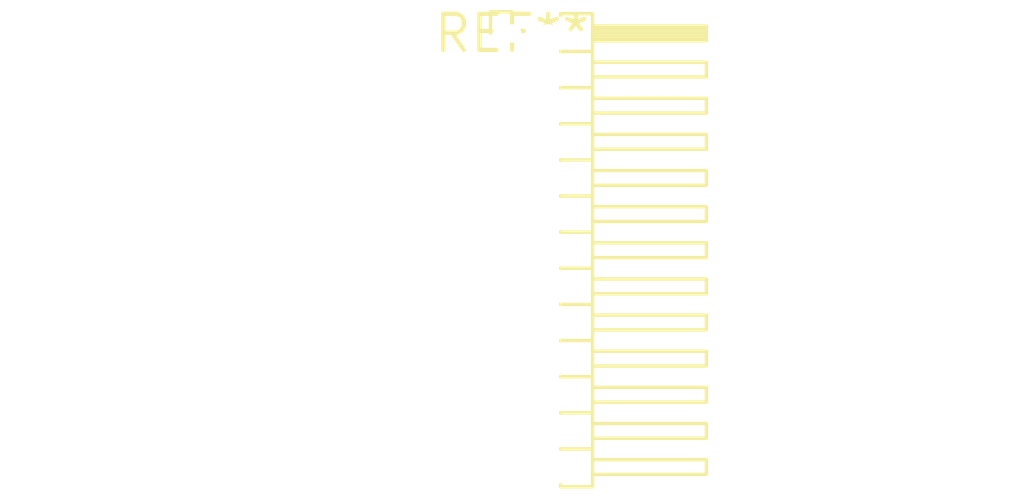
<source format=kicad_pcb>
(kicad_pcb (version 20240108) (generator pcbnew)
  (layers (0 "F.Cu" signal) (31 "B.Cu" signal) (34 "B.Paste" user) (35 "F.Paste" user) (36 "B.SilkS" user "B.Silkscreen") (37 "F.SilkS" user "F.Silkscreen") (38 "B.Mask" user) (39 "F.Mask" user) (44 "Edge.Cuts" user))
  (net 0 "")
  (footprint "PinHeader_2x13_P1.27mm_Horizontal" (layer "F.Cu") (at 0 0)
    (property "Reference" "REF**")
    (property "Value" "PinHeader_2x13_P1.27mm_Horizontal")
    (fp_line (start -0.76 -0.76) (end 0 -0.76) (layer "F.SilkS") (stroke (width 0.12)))
    (fp_line (start -0.76 0) (end -0.76 -0.76) (layer "F.SilkS") (stroke (width 0.12)))
    (fp_line (start 1.71 -0.695) (end 2.83 -0.695) (layer "F.SilkS") (stroke (width 0.12)))
    (fp_line (start 1.71 -0.619677) (end 1.71 -0.695) (layer "F.SilkS") (stroke (width 0.12)))
    (fp_line (start 1.71 0.619677) (end 1.71 0.650323) (layer "F.SilkS") (stroke (width 0.12)))
    (fp_line (start 1.71 0.635) (end 2.83 0.635) (layer "F.SilkS") (stroke (width 0.12)))
    (fp_line (start 1.71 1.889677) (end 1.71 1.920323) (layer "F.SilkS") (stroke (width 0.12)))
    (fp_line (start 1.71 1.905) (end 2.83 1.905) (layer "F.SilkS") (stroke (width 0.12)))
    (fp_line (start 1.71 3.159677) (end 1.71 3.190323) (layer "F.SilkS") (stroke (width 0.12)))
    (fp_line (start 1.71 3.175) (end 2.83 3.175) (layer "F.SilkS") (stroke (width 0.12)))
    (fp_line (start 1.71 4.429677) (end 1.71 4.460323) (layer "F.SilkS") (stroke (width 0.12)))
    (fp_line (start 1.71 4.445) (end 2.83 4.445) (layer "F.SilkS") (stroke (width 0.12)))
    (fp_line (start 1.71 5.699677) (end 1.71 5.730323) (layer "F.SilkS") (stroke (width 0.12)))
    (fp_line (start 1.71 5.715) (end 2.83 5.715) (layer "F.SilkS") (stroke (width 0.12)))
    (fp_line (start 1.71 6.969677) (end 1.71 7.000323) (layer "F.SilkS") (stroke (width 0.12)))
    (fp_line (start 1.71 6.985) (end 2.83 6.985) (layer "F.SilkS") (stroke (width 0.12)))
    (fp_line (start 1.71 8.239677) (end 1.71 8.270323) (layer "F.SilkS") (stroke (width 0.12)))
    (fp_line (start 1.71 8.255) (end 2.83 8.255) (layer "F.SilkS") (stroke (width 0.12)))
    (fp_line (start 1.71 9.509677) (end 1.71 9.540323) (layer "F.SilkS") (stroke (width 0.12)))
    (fp_line (start 1.71 9.525) (end 2.83 9.525) (layer "F.SilkS") (stroke (width 0.12)))
    (fp_line (start 1.71 10.779677) (end 1.71 10.810323) (layer "F.SilkS") (stroke (width 0.12)))
    (fp_line (start 1.71 10.795) (end 2.83 10.795) (layer "F.SilkS") (stroke (width 0.12)))
    (fp_line (start 1.71 12.049677) (end 1.71 12.080323) (layer "F.SilkS") (stroke (width 0.12)))
    (fp_line (start 1.71 12.065) (end 2.83 12.065) (layer "F.SilkS") (stroke (width 0.12)))
    (fp_line (start 1.71 13.319677) (end 1.71 13.350323) (layer "F.SilkS") (stroke (width 0.12)))
    (fp_line (start 1.71 13.335) (end 2.83 13.335) (layer "F.SilkS") (stroke (width 0.12)))
    (fp_line (start 1.71 14.589677) (end 1.71 14.620323) (layer "F.SilkS") (stroke (width 0.12)))
    (fp_line (start 1.71 14.605) (end 2.83 14.605) (layer "F.SilkS") (stroke (width 0.12)))
    (fp_line (start 1.71 15.935) (end 1.71 15.859677) (layer "F.SilkS") (stroke (width 0.12)))
    (fp_line (start 2.83 -0.695) (end 2.83 15.935) (layer "F.SilkS") (stroke (width 0.12)))
    (fp_line (start 2.83 -0.26) (end 6.83 -0.26) (layer "F.SilkS") (stroke (width 0.12)))
    (fp_line (start 2.83 -0.2) (end 6.83 -0.2) (layer "F.SilkS") (stroke (width 0.12)))
    (fp_line (start 2.83 -0.08) (end 6.83 -0.08) (layer "F.SilkS") (stroke (width 0.12)))
    (fp_line (start 2.83 0.04) (end 6.83 0.04) (layer "F.SilkS") (stroke (width 0.12)))
    (fp_line (start 2.83 0.16) (end 6.83 0.16) (layer "F.SilkS") (stroke (width 0.12)))
    (fp_line (start 2.83 1.01) (end 6.83 1.01) (layer "F.SilkS") (stroke (width 0.12)))
    (fp_line (start 2.83 2.28) (end 6.83 2.28) (layer "F.SilkS") (stroke (width 0.12)))
    (fp_line (start 2.83 3.55) (end 6.83 3.55) (layer "F.SilkS") (stroke (width 0.12)))
    (fp_line (start 2.83 4.82) (end 6.83 4.82) (layer "F.SilkS") (stroke (width 0.12)))
    (fp_line (start 2.83 6.09) (end 6.83 6.09) (layer "F.SilkS") (stroke (width 0.12)))
    (fp_line (start 2.83 7.36) (end 6.83 7.36) (layer "F.SilkS") (stroke (width 0.12)))
    (fp_line (start 2.83 8.63) (end 6.83 8.63) (layer "F.SilkS") (stroke (width 0.12)))
    (fp_line (start 2.83 9.9) (end 6.83 9.9) (layer "F.SilkS") (stroke (width 0.12)))
    (fp_line (start 2.83 11.17) (end 6.83 11.17) (layer "F.SilkS") (stroke (width 0.12)))
    (fp_line (start 2.83 12.44) (end 6.83 12.44) (layer "F.SilkS") (stroke (width 0.12)))
    (fp_line (start 2.83 13.71) (end 6.83 13.71) (layer "F.SilkS") (stroke (width 0.12)))
    (fp_line (start 2.83 14.98) (end 6.83 14.98) (layer "F.SilkS") (stroke (width 0.12)))
    (fp_line (start 2.83 15.935) (end 1.71 15.935) (layer "F.SilkS") (stroke (width 0.12)))
    (fp_line (start 6.83 -0.26) (end 6.83 0.26) (layer "F.SilkS") (stroke (width 0.12)))
    (fp_line (start 6.83 0.26) (end 2.83 0.26) (layer "F.SilkS") (stroke (width 0.12)))
    (fp_line (start 6.83 1.01) (end 6.83 1.53) (layer "F.SilkS") (stroke (width 0.12)))
    (fp_line (start 6.83 1.53) (end 2.83 1.53) (layer "F.SilkS") (stroke (width 0.12)))
    (fp_line (start 6.83 2.28) (end 6.83 2.8) (layer "F.SilkS") (stroke (width 0.12)))
    (fp_line (start 6.83 2.8) (end 2.83 2.8) (layer "F.SilkS") (stroke (width 0.12)))
    (fp_line (start 6.83 3.55) (end 6.83 4.07) (layer "F.SilkS") (stroke (width 0.12)))
    (fp_line (start 6.83 4.07) (end 2.83 4.07) (layer "F.SilkS") (stroke (width 0.12)))
    (fp_line (start 6.83 4.82) (end 6.83 5.34) (layer "F.SilkS") (stroke (width 0.12)))
    (fp_line (start 6.83 5.34) (end 2.83 5.34) (layer "F.SilkS") (stroke (width 0.12)))
    (fp_line (start 6.83 6.09) (end 6.83 6.61) (layer "F.SilkS") (stroke (width 0.12)))
    (fp_line (start 6.83 6.61) (end 2.83 6.61) (layer "F.SilkS") (stroke (width 0.12)))
    (fp_line (start 6.83 7.36) (end 6.83 7.88) (layer "F.SilkS") (stroke (width 0.12)))
    (fp_line (start 6.83 7.88) (end 2.83 7.88) (layer "F.SilkS") (stroke (width 0.12)))
    (fp_line (start 6.83 8.63) (end 6.83 9.15) (layer "F.SilkS") (stroke (width 0.12)))
    (fp_line (start 6.83 9.15) (end 2.83 9.15) (layer "F.SilkS") (stroke (width 0.12)))
    (fp_line (start 6.83 9.9) (end 6.83 10.42) (layer "F.SilkS") (stroke (width 0.12)))
    (fp_line (start 6.83 10.42) (end 2.83 10.42) (layer "F.SilkS") (stroke (width 0.12)))
    (fp_line (start 6.83 11.17) (end 6.83 11.69) (layer "F.SilkS") (stroke (width 0.12)))
    (fp_line (start 6.83 11.69) (end 2.83 11.69) (layer "F.SilkS") (stroke (width 0.12)))
    (fp_line (start 6.83 12.44) (end 6.83 12.96) (layer "F.SilkS") (stroke (width 0.12)))
    (fp_line (start 6.83 12.96) (end 2.83 12.96) (layer "F.SilkS") (stroke (width 0.12)))
    (fp_line (start 6.83 13.71) (end 6.83 14.23) (layer "F.SilkS") (stroke (width 0.12)))
    (fp_line (start 6.83 14.23) (end 2.83 14.23) (layer "F.SilkS") (stroke (width 0.12)))
    (fp_line (start 6.83 14.98) (end 6.83 15.5) (layer "F.SilkS") (stroke (width 0.12)))
    (fp_line (start 6.83 15.5) (end 2.83 15.5) (layer "F.SilkS") (stroke (width 0.12)))
    (pad "1" thru_hole rect (at 0 0) (size 1 1) (drill 0.65) (layers *.Cu *.Mask) (remove_unused_layers))
    (pad "2" thru_hole oval (at 1.27 0) (size 1 1) (drill 0.65) (layers *.Cu *.Mask) (remove_unused_layers))
    (pad "3" thru_hole oval (at 0 1.27) (size 1 1) (drill 0.65) (layers *.Cu *.Mask) (remove_unused_layers))
    (pad "4" thru_hole oval (at 1.27 1.27) (size 1 1) (drill 0.65) (layers *.Cu *.Mask) (remove_unused_layers))
    (pad "5" thru_hole oval (at 0 2.54) (size 1 1) (drill 0.65) (layers *.Cu *.Mask) (remove_unused_layers))
    (pad "6" thru_hole oval (at 1.27 2.54) (size 1 1) (drill 0.65) (layers *.Cu *.Mask) (remove_unused_layers))
    (pad "7" thru_hole oval (at 0 3.81) (size 1 1) (drill 0.65) (layers *.Cu *.Mask) (remove_unused_layers))
    (pad "8" thru_hole oval (at 1.27 3.81) (size 1 1) (drill 0.65) (layers *.Cu *.Mask) (remove_unused_layers))
    (pad "9" thru_hole oval (at 0 5.08) (size 1 1) (drill 0.65) (layers *.Cu *.Mask) (remove_unused_layers))
    (pad "10" thru_hole oval (at 1.27 5.08) (size 1 1) (drill 0.65) (layers *.Cu *.Mask) (remove_unused_layers))
    (pad "11" thru_hole oval (at 0 6.35) (size 1 1) (drill 0.65) (layers *.Cu *.Mask) (remove_unused_layers))
    (pad "12" thru_hole oval (at 1.27 6.35) (size 1 1) (drill 0.65) (layers *.Cu *.Mask) (remove_unused_layers))
    (pad "13" thru_hole oval (at 0 7.62) (size 1 1) (drill 0.65) (layers *.Cu *.Mask) (remove_unused_layers))
    (pad "14" thru_hole oval (at 1.27 7.62) (size 1 1) (drill 0.65) (layers *.Cu *.Mask) (remove_unused_layers))
    (pad "15" thru_hole oval (at 0 8.89) (size 1 1) (drill 0.65) (layers *.Cu *.Mask) (remove_unused_layers))
    (pad "16" thru_hole oval (at 1.27 8.89) (size 1 1) (drill 0.65) (layers *.Cu *.Mask) (remove_unused_layers))
    (pad "17" thru_hole oval (at 0 10.16) (size 1 1) (drill 0.65) (layers *.Cu *.Mask) (remove_unused_layers))
    (pad "18" thru_hole oval (at 1.27 10.16) (size 1 1) (drill 0.65) (layers *.Cu *.Mask) (remove_unused_layers))
    (pad "19" thru_hole oval (at 0 11.43) (size 1 1) (drill 0.65) (layers *.Cu *.Mask) (remove_unused_layers))
    (pad "20" thru_hole oval (at 1.27 11.43) (size 1 1) (drill 0.65) (layers *.Cu *.Mask) (remove_unused_layers))
    (pad "21" thru_hole oval (at 0 12.7) (size 1 1) (drill 0.65) (layers *.Cu *.Mask) (remove_unused_layers))
    (pad "22" thru_hole oval (at 1.27 12.7) (size 1 1) (drill 0.65) (layers *.Cu *.Mask) (remove_unused_layers))
    (pad "23" thru_hole oval (at 0 13.97) (size 1 1) (drill 0.65) (layers *.Cu *.Mask) (remove_unused_layers))
    (pad "24" thru_hole oval (at 1.27 13.97) (size 1 1) (drill 0.65) (layers *.Cu *.Mask) (remove_unused_layers))
    (pad "25" thru_hole oval (at 0 15.24) (size 1 1) (drill 0.65) (layers *.Cu *.Mask) (remove_unused_layers))
    (pad "26" thru_hole oval (at 1.27 15.24) (size 1 1) (drill 0.65) (layers *.Cu *.Mask) (remove_unused_layers))
  )
)
</source>
